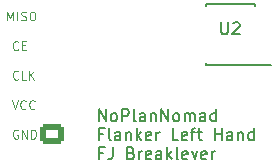
<source format=gto>
%TF.GenerationSoftware,KiCad,Pcbnew,7.0.6*%
%TF.CreationDate,2023-07-13T14:43:26+02:00*%
%TF.ProjectId,LH_BreakLever_FreeJoy,4c485f42-7265-4616-9b4c-657665725f46,rev?*%
%TF.SameCoordinates,Original*%
%TF.FileFunction,Legend,Top*%
%TF.FilePolarity,Positive*%
%FSLAX46Y46*%
G04 Gerber Fmt 4.6, Leading zero omitted, Abs format (unit mm)*
G04 Created by KiCad (PCBNEW 7.0.6) date 2023-07-13 14:43:26*
%MOMM*%
%LPD*%
G01*
G04 APERTURE LIST*
G04 Aperture macros list*
%AMRoundRect*
0 Rectangle with rounded corners*
0 $1 Rounding radius*
0 $2 $3 $4 $5 $6 $7 $8 $9 X,Y pos of 4 corners*
0 Add a 4 corners polygon primitive as box body*
4,1,4,$2,$3,$4,$5,$6,$7,$8,$9,$2,$3,0*
0 Add four circle primitives for the rounded corners*
1,1,$1+$1,$2,$3*
1,1,$1+$1,$4,$5*
1,1,$1+$1,$6,$7*
1,1,$1+$1,$8,$9*
0 Add four rect primitives between the rounded corners*
20,1,$1+$1,$2,$3,$4,$5,0*
20,1,$1+$1,$4,$5,$6,$7,0*
20,1,$1+$1,$6,$7,$8,$9,0*
20,1,$1+$1,$8,$9,$2,$3,0*%
G04 Aperture macros list end*
%ADD10C,0.150000*%
%ADD11C,0.100000*%
%ADD12C,2.200000*%
%ADD13R,2.000000X0.600000*%
%ADD14R,1.030000X1.030000*%
%ADD15C,1.030000*%
%ADD16RoundRect,0.250000X0.725000X-0.600000X0.725000X0.600000X-0.725000X0.600000X-0.725000X-0.600000X0*%
%ADD17O,1.950000X1.700000*%
G04 APERTURE END LIST*
D10*
X43096779Y-32719819D02*
X43096779Y-31719819D01*
X43096779Y-31719819D02*
X43668207Y-32719819D01*
X43668207Y-32719819D02*
X43668207Y-31719819D01*
X44287255Y-32719819D02*
X44192017Y-32672200D01*
X44192017Y-32672200D02*
X44144398Y-32624580D01*
X44144398Y-32624580D02*
X44096779Y-32529342D01*
X44096779Y-32529342D02*
X44096779Y-32243628D01*
X44096779Y-32243628D02*
X44144398Y-32148390D01*
X44144398Y-32148390D02*
X44192017Y-32100771D01*
X44192017Y-32100771D02*
X44287255Y-32053152D01*
X44287255Y-32053152D02*
X44430112Y-32053152D01*
X44430112Y-32053152D02*
X44525350Y-32100771D01*
X44525350Y-32100771D02*
X44572969Y-32148390D01*
X44572969Y-32148390D02*
X44620588Y-32243628D01*
X44620588Y-32243628D02*
X44620588Y-32529342D01*
X44620588Y-32529342D02*
X44572969Y-32624580D01*
X44572969Y-32624580D02*
X44525350Y-32672200D01*
X44525350Y-32672200D02*
X44430112Y-32719819D01*
X44430112Y-32719819D02*
X44287255Y-32719819D01*
X45049160Y-32719819D02*
X45049160Y-31719819D01*
X45049160Y-31719819D02*
X45430112Y-31719819D01*
X45430112Y-31719819D02*
X45525350Y-31767438D01*
X45525350Y-31767438D02*
X45572969Y-31815057D01*
X45572969Y-31815057D02*
X45620588Y-31910295D01*
X45620588Y-31910295D02*
X45620588Y-32053152D01*
X45620588Y-32053152D02*
X45572969Y-32148390D01*
X45572969Y-32148390D02*
X45525350Y-32196009D01*
X45525350Y-32196009D02*
X45430112Y-32243628D01*
X45430112Y-32243628D02*
X45049160Y-32243628D01*
X46192017Y-32719819D02*
X46096779Y-32672200D01*
X46096779Y-32672200D02*
X46049160Y-32576961D01*
X46049160Y-32576961D02*
X46049160Y-31719819D01*
X47001541Y-32719819D02*
X47001541Y-32196009D01*
X47001541Y-32196009D02*
X46953922Y-32100771D01*
X46953922Y-32100771D02*
X46858684Y-32053152D01*
X46858684Y-32053152D02*
X46668208Y-32053152D01*
X46668208Y-32053152D02*
X46572970Y-32100771D01*
X47001541Y-32672200D02*
X46906303Y-32719819D01*
X46906303Y-32719819D02*
X46668208Y-32719819D01*
X46668208Y-32719819D02*
X46572970Y-32672200D01*
X46572970Y-32672200D02*
X46525351Y-32576961D01*
X46525351Y-32576961D02*
X46525351Y-32481723D01*
X46525351Y-32481723D02*
X46572970Y-32386485D01*
X46572970Y-32386485D02*
X46668208Y-32338866D01*
X46668208Y-32338866D02*
X46906303Y-32338866D01*
X46906303Y-32338866D02*
X47001541Y-32291247D01*
X47477732Y-32053152D02*
X47477732Y-32719819D01*
X47477732Y-32148390D02*
X47525351Y-32100771D01*
X47525351Y-32100771D02*
X47620589Y-32053152D01*
X47620589Y-32053152D02*
X47763446Y-32053152D01*
X47763446Y-32053152D02*
X47858684Y-32100771D01*
X47858684Y-32100771D02*
X47906303Y-32196009D01*
X47906303Y-32196009D02*
X47906303Y-32719819D01*
X48382494Y-32719819D02*
X48382494Y-31719819D01*
X48382494Y-31719819D02*
X48953922Y-32719819D01*
X48953922Y-32719819D02*
X48953922Y-31719819D01*
X49572970Y-32719819D02*
X49477732Y-32672200D01*
X49477732Y-32672200D02*
X49430113Y-32624580D01*
X49430113Y-32624580D02*
X49382494Y-32529342D01*
X49382494Y-32529342D02*
X49382494Y-32243628D01*
X49382494Y-32243628D02*
X49430113Y-32148390D01*
X49430113Y-32148390D02*
X49477732Y-32100771D01*
X49477732Y-32100771D02*
X49572970Y-32053152D01*
X49572970Y-32053152D02*
X49715827Y-32053152D01*
X49715827Y-32053152D02*
X49811065Y-32100771D01*
X49811065Y-32100771D02*
X49858684Y-32148390D01*
X49858684Y-32148390D02*
X49906303Y-32243628D01*
X49906303Y-32243628D02*
X49906303Y-32529342D01*
X49906303Y-32529342D02*
X49858684Y-32624580D01*
X49858684Y-32624580D02*
X49811065Y-32672200D01*
X49811065Y-32672200D02*
X49715827Y-32719819D01*
X49715827Y-32719819D02*
X49572970Y-32719819D01*
X50334875Y-32719819D02*
X50334875Y-32053152D01*
X50334875Y-32148390D02*
X50382494Y-32100771D01*
X50382494Y-32100771D02*
X50477732Y-32053152D01*
X50477732Y-32053152D02*
X50620589Y-32053152D01*
X50620589Y-32053152D02*
X50715827Y-32100771D01*
X50715827Y-32100771D02*
X50763446Y-32196009D01*
X50763446Y-32196009D02*
X50763446Y-32719819D01*
X50763446Y-32196009D02*
X50811065Y-32100771D01*
X50811065Y-32100771D02*
X50906303Y-32053152D01*
X50906303Y-32053152D02*
X51049160Y-32053152D01*
X51049160Y-32053152D02*
X51144399Y-32100771D01*
X51144399Y-32100771D02*
X51192018Y-32196009D01*
X51192018Y-32196009D02*
X51192018Y-32719819D01*
X52096779Y-32719819D02*
X52096779Y-32196009D01*
X52096779Y-32196009D02*
X52049160Y-32100771D01*
X52049160Y-32100771D02*
X51953922Y-32053152D01*
X51953922Y-32053152D02*
X51763446Y-32053152D01*
X51763446Y-32053152D02*
X51668208Y-32100771D01*
X52096779Y-32672200D02*
X52001541Y-32719819D01*
X52001541Y-32719819D02*
X51763446Y-32719819D01*
X51763446Y-32719819D02*
X51668208Y-32672200D01*
X51668208Y-32672200D02*
X51620589Y-32576961D01*
X51620589Y-32576961D02*
X51620589Y-32481723D01*
X51620589Y-32481723D02*
X51668208Y-32386485D01*
X51668208Y-32386485D02*
X51763446Y-32338866D01*
X51763446Y-32338866D02*
X52001541Y-32338866D01*
X52001541Y-32338866D02*
X52096779Y-32291247D01*
X53001541Y-32719819D02*
X53001541Y-31719819D01*
X53001541Y-32672200D02*
X52906303Y-32719819D01*
X52906303Y-32719819D02*
X52715827Y-32719819D01*
X52715827Y-32719819D02*
X52620589Y-32672200D01*
X52620589Y-32672200D02*
X52572970Y-32624580D01*
X52572970Y-32624580D02*
X52525351Y-32529342D01*
X52525351Y-32529342D02*
X52525351Y-32243628D01*
X52525351Y-32243628D02*
X52572970Y-32148390D01*
X52572970Y-32148390D02*
X52620589Y-32100771D01*
X52620589Y-32100771D02*
X52715827Y-32053152D01*
X52715827Y-32053152D02*
X52906303Y-32053152D01*
X52906303Y-32053152D02*
X53001541Y-32100771D01*
X43430112Y-33806009D02*
X43096779Y-33806009D01*
X43096779Y-34329819D02*
X43096779Y-33329819D01*
X43096779Y-33329819D02*
X43572969Y-33329819D01*
X44096779Y-34329819D02*
X44001541Y-34282200D01*
X44001541Y-34282200D02*
X43953922Y-34186961D01*
X43953922Y-34186961D02*
X43953922Y-33329819D01*
X44906303Y-34329819D02*
X44906303Y-33806009D01*
X44906303Y-33806009D02*
X44858684Y-33710771D01*
X44858684Y-33710771D02*
X44763446Y-33663152D01*
X44763446Y-33663152D02*
X44572970Y-33663152D01*
X44572970Y-33663152D02*
X44477732Y-33710771D01*
X44906303Y-34282200D02*
X44811065Y-34329819D01*
X44811065Y-34329819D02*
X44572970Y-34329819D01*
X44572970Y-34329819D02*
X44477732Y-34282200D01*
X44477732Y-34282200D02*
X44430113Y-34186961D01*
X44430113Y-34186961D02*
X44430113Y-34091723D01*
X44430113Y-34091723D02*
X44477732Y-33996485D01*
X44477732Y-33996485D02*
X44572970Y-33948866D01*
X44572970Y-33948866D02*
X44811065Y-33948866D01*
X44811065Y-33948866D02*
X44906303Y-33901247D01*
X45382494Y-33663152D02*
X45382494Y-34329819D01*
X45382494Y-33758390D02*
X45430113Y-33710771D01*
X45430113Y-33710771D02*
X45525351Y-33663152D01*
X45525351Y-33663152D02*
X45668208Y-33663152D01*
X45668208Y-33663152D02*
X45763446Y-33710771D01*
X45763446Y-33710771D02*
X45811065Y-33806009D01*
X45811065Y-33806009D02*
X45811065Y-34329819D01*
X46287256Y-34329819D02*
X46287256Y-33329819D01*
X46382494Y-33948866D02*
X46668208Y-34329819D01*
X46668208Y-33663152D02*
X46287256Y-34044104D01*
X47477732Y-34282200D02*
X47382494Y-34329819D01*
X47382494Y-34329819D02*
X47192018Y-34329819D01*
X47192018Y-34329819D02*
X47096780Y-34282200D01*
X47096780Y-34282200D02*
X47049161Y-34186961D01*
X47049161Y-34186961D02*
X47049161Y-33806009D01*
X47049161Y-33806009D02*
X47096780Y-33710771D01*
X47096780Y-33710771D02*
X47192018Y-33663152D01*
X47192018Y-33663152D02*
X47382494Y-33663152D01*
X47382494Y-33663152D02*
X47477732Y-33710771D01*
X47477732Y-33710771D02*
X47525351Y-33806009D01*
X47525351Y-33806009D02*
X47525351Y-33901247D01*
X47525351Y-33901247D02*
X47049161Y-33996485D01*
X47953923Y-34329819D02*
X47953923Y-33663152D01*
X47953923Y-33853628D02*
X48001542Y-33758390D01*
X48001542Y-33758390D02*
X48049161Y-33710771D01*
X48049161Y-33710771D02*
X48144399Y-33663152D01*
X48144399Y-33663152D02*
X48239637Y-33663152D01*
X49811066Y-34329819D02*
X49334876Y-34329819D01*
X49334876Y-34329819D02*
X49334876Y-33329819D01*
X50525352Y-34282200D02*
X50430114Y-34329819D01*
X50430114Y-34329819D02*
X50239638Y-34329819D01*
X50239638Y-34329819D02*
X50144400Y-34282200D01*
X50144400Y-34282200D02*
X50096781Y-34186961D01*
X50096781Y-34186961D02*
X50096781Y-33806009D01*
X50096781Y-33806009D02*
X50144400Y-33710771D01*
X50144400Y-33710771D02*
X50239638Y-33663152D01*
X50239638Y-33663152D02*
X50430114Y-33663152D01*
X50430114Y-33663152D02*
X50525352Y-33710771D01*
X50525352Y-33710771D02*
X50572971Y-33806009D01*
X50572971Y-33806009D02*
X50572971Y-33901247D01*
X50572971Y-33901247D02*
X50096781Y-33996485D01*
X50858686Y-33663152D02*
X51239638Y-33663152D01*
X51001543Y-34329819D02*
X51001543Y-33472676D01*
X51001543Y-33472676D02*
X51049162Y-33377438D01*
X51049162Y-33377438D02*
X51144400Y-33329819D01*
X51144400Y-33329819D02*
X51239638Y-33329819D01*
X51430115Y-33663152D02*
X51811067Y-33663152D01*
X51572972Y-33329819D02*
X51572972Y-34186961D01*
X51572972Y-34186961D02*
X51620591Y-34282200D01*
X51620591Y-34282200D02*
X51715829Y-34329819D01*
X51715829Y-34329819D02*
X51811067Y-34329819D01*
X52906306Y-34329819D02*
X52906306Y-33329819D01*
X52906306Y-33806009D02*
X53477734Y-33806009D01*
X53477734Y-34329819D02*
X53477734Y-33329819D01*
X54382496Y-34329819D02*
X54382496Y-33806009D01*
X54382496Y-33806009D02*
X54334877Y-33710771D01*
X54334877Y-33710771D02*
X54239639Y-33663152D01*
X54239639Y-33663152D02*
X54049163Y-33663152D01*
X54049163Y-33663152D02*
X53953925Y-33710771D01*
X54382496Y-34282200D02*
X54287258Y-34329819D01*
X54287258Y-34329819D02*
X54049163Y-34329819D01*
X54049163Y-34329819D02*
X53953925Y-34282200D01*
X53953925Y-34282200D02*
X53906306Y-34186961D01*
X53906306Y-34186961D02*
X53906306Y-34091723D01*
X53906306Y-34091723D02*
X53953925Y-33996485D01*
X53953925Y-33996485D02*
X54049163Y-33948866D01*
X54049163Y-33948866D02*
X54287258Y-33948866D01*
X54287258Y-33948866D02*
X54382496Y-33901247D01*
X54858687Y-33663152D02*
X54858687Y-34329819D01*
X54858687Y-33758390D02*
X54906306Y-33710771D01*
X54906306Y-33710771D02*
X55001544Y-33663152D01*
X55001544Y-33663152D02*
X55144401Y-33663152D01*
X55144401Y-33663152D02*
X55239639Y-33710771D01*
X55239639Y-33710771D02*
X55287258Y-33806009D01*
X55287258Y-33806009D02*
X55287258Y-34329819D01*
X56192020Y-34329819D02*
X56192020Y-33329819D01*
X56192020Y-34282200D02*
X56096782Y-34329819D01*
X56096782Y-34329819D02*
X55906306Y-34329819D01*
X55906306Y-34329819D02*
X55811068Y-34282200D01*
X55811068Y-34282200D02*
X55763449Y-34234580D01*
X55763449Y-34234580D02*
X55715830Y-34139342D01*
X55715830Y-34139342D02*
X55715830Y-33853628D01*
X55715830Y-33853628D02*
X55763449Y-33758390D01*
X55763449Y-33758390D02*
X55811068Y-33710771D01*
X55811068Y-33710771D02*
X55906306Y-33663152D01*
X55906306Y-33663152D02*
X56096782Y-33663152D01*
X56096782Y-33663152D02*
X56192020Y-33710771D01*
X43430112Y-35416009D02*
X43096779Y-35416009D01*
X43096779Y-35939819D02*
X43096779Y-34939819D01*
X43096779Y-34939819D02*
X43572969Y-34939819D01*
X44239636Y-34939819D02*
X44239636Y-35654104D01*
X44239636Y-35654104D02*
X44192017Y-35796961D01*
X44192017Y-35796961D02*
X44096779Y-35892200D01*
X44096779Y-35892200D02*
X43953922Y-35939819D01*
X43953922Y-35939819D02*
X43858684Y-35939819D01*
X45811065Y-35416009D02*
X45953922Y-35463628D01*
X45953922Y-35463628D02*
X46001541Y-35511247D01*
X46001541Y-35511247D02*
X46049160Y-35606485D01*
X46049160Y-35606485D02*
X46049160Y-35749342D01*
X46049160Y-35749342D02*
X46001541Y-35844580D01*
X46001541Y-35844580D02*
X45953922Y-35892200D01*
X45953922Y-35892200D02*
X45858684Y-35939819D01*
X45858684Y-35939819D02*
X45477732Y-35939819D01*
X45477732Y-35939819D02*
X45477732Y-34939819D01*
X45477732Y-34939819D02*
X45811065Y-34939819D01*
X45811065Y-34939819D02*
X45906303Y-34987438D01*
X45906303Y-34987438D02*
X45953922Y-35035057D01*
X45953922Y-35035057D02*
X46001541Y-35130295D01*
X46001541Y-35130295D02*
X46001541Y-35225533D01*
X46001541Y-35225533D02*
X45953922Y-35320771D01*
X45953922Y-35320771D02*
X45906303Y-35368390D01*
X45906303Y-35368390D02*
X45811065Y-35416009D01*
X45811065Y-35416009D02*
X45477732Y-35416009D01*
X46477732Y-35939819D02*
X46477732Y-35273152D01*
X46477732Y-35463628D02*
X46525351Y-35368390D01*
X46525351Y-35368390D02*
X46572970Y-35320771D01*
X46572970Y-35320771D02*
X46668208Y-35273152D01*
X46668208Y-35273152D02*
X46763446Y-35273152D01*
X47477732Y-35892200D02*
X47382494Y-35939819D01*
X47382494Y-35939819D02*
X47192018Y-35939819D01*
X47192018Y-35939819D02*
X47096780Y-35892200D01*
X47096780Y-35892200D02*
X47049161Y-35796961D01*
X47049161Y-35796961D02*
X47049161Y-35416009D01*
X47049161Y-35416009D02*
X47096780Y-35320771D01*
X47096780Y-35320771D02*
X47192018Y-35273152D01*
X47192018Y-35273152D02*
X47382494Y-35273152D01*
X47382494Y-35273152D02*
X47477732Y-35320771D01*
X47477732Y-35320771D02*
X47525351Y-35416009D01*
X47525351Y-35416009D02*
X47525351Y-35511247D01*
X47525351Y-35511247D02*
X47049161Y-35606485D01*
X48382494Y-35939819D02*
X48382494Y-35416009D01*
X48382494Y-35416009D02*
X48334875Y-35320771D01*
X48334875Y-35320771D02*
X48239637Y-35273152D01*
X48239637Y-35273152D02*
X48049161Y-35273152D01*
X48049161Y-35273152D02*
X47953923Y-35320771D01*
X48382494Y-35892200D02*
X48287256Y-35939819D01*
X48287256Y-35939819D02*
X48049161Y-35939819D01*
X48049161Y-35939819D02*
X47953923Y-35892200D01*
X47953923Y-35892200D02*
X47906304Y-35796961D01*
X47906304Y-35796961D02*
X47906304Y-35701723D01*
X47906304Y-35701723D02*
X47953923Y-35606485D01*
X47953923Y-35606485D02*
X48049161Y-35558866D01*
X48049161Y-35558866D02*
X48287256Y-35558866D01*
X48287256Y-35558866D02*
X48382494Y-35511247D01*
X48858685Y-35939819D02*
X48858685Y-34939819D01*
X48953923Y-35558866D02*
X49239637Y-35939819D01*
X49239637Y-35273152D02*
X48858685Y-35654104D01*
X49811066Y-35939819D02*
X49715828Y-35892200D01*
X49715828Y-35892200D02*
X49668209Y-35796961D01*
X49668209Y-35796961D02*
X49668209Y-34939819D01*
X50572971Y-35892200D02*
X50477733Y-35939819D01*
X50477733Y-35939819D02*
X50287257Y-35939819D01*
X50287257Y-35939819D02*
X50192019Y-35892200D01*
X50192019Y-35892200D02*
X50144400Y-35796961D01*
X50144400Y-35796961D02*
X50144400Y-35416009D01*
X50144400Y-35416009D02*
X50192019Y-35320771D01*
X50192019Y-35320771D02*
X50287257Y-35273152D01*
X50287257Y-35273152D02*
X50477733Y-35273152D01*
X50477733Y-35273152D02*
X50572971Y-35320771D01*
X50572971Y-35320771D02*
X50620590Y-35416009D01*
X50620590Y-35416009D02*
X50620590Y-35511247D01*
X50620590Y-35511247D02*
X50144400Y-35606485D01*
X50953924Y-35273152D02*
X51192019Y-35939819D01*
X51192019Y-35939819D02*
X51430114Y-35273152D01*
X52192019Y-35892200D02*
X52096781Y-35939819D01*
X52096781Y-35939819D02*
X51906305Y-35939819D01*
X51906305Y-35939819D02*
X51811067Y-35892200D01*
X51811067Y-35892200D02*
X51763448Y-35796961D01*
X51763448Y-35796961D02*
X51763448Y-35416009D01*
X51763448Y-35416009D02*
X51811067Y-35320771D01*
X51811067Y-35320771D02*
X51906305Y-35273152D01*
X51906305Y-35273152D02*
X52096781Y-35273152D01*
X52096781Y-35273152D02*
X52192019Y-35320771D01*
X52192019Y-35320771D02*
X52239638Y-35416009D01*
X52239638Y-35416009D02*
X52239638Y-35511247D01*
X52239638Y-35511247D02*
X51763448Y-35606485D01*
X52668210Y-35939819D02*
X52668210Y-35273152D01*
X52668210Y-35463628D02*
X52715829Y-35368390D01*
X52715829Y-35368390D02*
X52763448Y-35320771D01*
X52763448Y-35320771D02*
X52858686Y-35273152D01*
X52858686Y-35273152D02*
X52953924Y-35273152D01*
X53438095Y-24354819D02*
X53438095Y-25164342D01*
X53438095Y-25164342D02*
X53485714Y-25259580D01*
X53485714Y-25259580D02*
X53533333Y-25307200D01*
X53533333Y-25307200D02*
X53628571Y-25354819D01*
X53628571Y-25354819D02*
X53819047Y-25354819D01*
X53819047Y-25354819D02*
X53914285Y-25307200D01*
X53914285Y-25307200D02*
X53961904Y-25259580D01*
X53961904Y-25259580D02*
X54009523Y-25164342D01*
X54009523Y-25164342D02*
X54009523Y-24354819D01*
X54438095Y-24450057D02*
X54485714Y-24402438D01*
X54485714Y-24402438D02*
X54580952Y-24354819D01*
X54580952Y-24354819D02*
X54819047Y-24354819D01*
X54819047Y-24354819D02*
X54914285Y-24402438D01*
X54914285Y-24402438D02*
X54961904Y-24450057D01*
X54961904Y-24450057D02*
X55009523Y-24545295D01*
X55009523Y-24545295D02*
X55009523Y-24640533D01*
X55009523Y-24640533D02*
X54961904Y-24783390D01*
X54961904Y-24783390D02*
X54390476Y-25354819D01*
X54390476Y-25354819D02*
X55009523Y-25354819D01*
D11*
X36252931Y-26621585D02*
X36217217Y-26657300D01*
X36217217Y-26657300D02*
X36110074Y-26693014D01*
X36110074Y-26693014D02*
X36038646Y-26693014D01*
X36038646Y-26693014D02*
X35931503Y-26657300D01*
X35931503Y-26657300D02*
X35860074Y-26585871D01*
X35860074Y-26585871D02*
X35824360Y-26514442D01*
X35824360Y-26514442D02*
X35788646Y-26371585D01*
X35788646Y-26371585D02*
X35788646Y-26264442D01*
X35788646Y-26264442D02*
X35824360Y-26121585D01*
X35824360Y-26121585D02*
X35860074Y-26050157D01*
X35860074Y-26050157D02*
X35931503Y-25978728D01*
X35931503Y-25978728D02*
X36038646Y-25943014D01*
X36038646Y-25943014D02*
X36110074Y-25943014D01*
X36110074Y-25943014D02*
X36217217Y-25978728D01*
X36217217Y-25978728D02*
X36252931Y-26014442D01*
X36574360Y-26300157D02*
X36824360Y-26300157D01*
X36931503Y-26693014D02*
X36574360Y-26693014D01*
X36574360Y-26693014D02*
X36574360Y-25943014D01*
X36574360Y-25943014D02*
X36931503Y-25943014D01*
X35324360Y-24193014D02*
X35324360Y-23443014D01*
X35324360Y-23443014D02*
X35574360Y-23978728D01*
X35574360Y-23978728D02*
X35824360Y-23443014D01*
X35824360Y-23443014D02*
X35824360Y-24193014D01*
X36181503Y-24193014D02*
X36181503Y-23443014D01*
X36502932Y-24157300D02*
X36610075Y-24193014D01*
X36610075Y-24193014D02*
X36788646Y-24193014D01*
X36788646Y-24193014D02*
X36860075Y-24157300D01*
X36860075Y-24157300D02*
X36895789Y-24121585D01*
X36895789Y-24121585D02*
X36931503Y-24050157D01*
X36931503Y-24050157D02*
X36931503Y-23978728D01*
X36931503Y-23978728D02*
X36895789Y-23907300D01*
X36895789Y-23907300D02*
X36860075Y-23871585D01*
X36860075Y-23871585D02*
X36788646Y-23835871D01*
X36788646Y-23835871D02*
X36645789Y-23800157D01*
X36645789Y-23800157D02*
X36574360Y-23764442D01*
X36574360Y-23764442D02*
X36538646Y-23728728D01*
X36538646Y-23728728D02*
X36502932Y-23657300D01*
X36502932Y-23657300D02*
X36502932Y-23585871D01*
X36502932Y-23585871D02*
X36538646Y-23514442D01*
X36538646Y-23514442D02*
X36574360Y-23478728D01*
X36574360Y-23478728D02*
X36645789Y-23443014D01*
X36645789Y-23443014D02*
X36824360Y-23443014D01*
X36824360Y-23443014D02*
X36931503Y-23478728D01*
X37395789Y-23443014D02*
X37538646Y-23443014D01*
X37538646Y-23443014D02*
X37610075Y-23478728D01*
X37610075Y-23478728D02*
X37681503Y-23550157D01*
X37681503Y-23550157D02*
X37717218Y-23693014D01*
X37717218Y-23693014D02*
X37717218Y-23943014D01*
X37717218Y-23943014D02*
X37681503Y-24085871D01*
X37681503Y-24085871D02*
X37610075Y-24157300D01*
X37610075Y-24157300D02*
X37538646Y-24193014D01*
X37538646Y-24193014D02*
X37395789Y-24193014D01*
X37395789Y-24193014D02*
X37324361Y-24157300D01*
X37324361Y-24157300D02*
X37252932Y-24085871D01*
X37252932Y-24085871D02*
X37217218Y-23943014D01*
X37217218Y-23943014D02*
X37217218Y-23693014D01*
X37217218Y-23693014D02*
X37252932Y-23550157D01*
X37252932Y-23550157D02*
X37324361Y-23478728D01*
X37324361Y-23478728D02*
X37395789Y-23443014D01*
X36217217Y-33478728D02*
X36145789Y-33443014D01*
X36145789Y-33443014D02*
X36038646Y-33443014D01*
X36038646Y-33443014D02*
X35931503Y-33478728D01*
X35931503Y-33478728D02*
X35860074Y-33550157D01*
X35860074Y-33550157D02*
X35824360Y-33621585D01*
X35824360Y-33621585D02*
X35788646Y-33764442D01*
X35788646Y-33764442D02*
X35788646Y-33871585D01*
X35788646Y-33871585D02*
X35824360Y-34014442D01*
X35824360Y-34014442D02*
X35860074Y-34085871D01*
X35860074Y-34085871D02*
X35931503Y-34157300D01*
X35931503Y-34157300D02*
X36038646Y-34193014D01*
X36038646Y-34193014D02*
X36110074Y-34193014D01*
X36110074Y-34193014D02*
X36217217Y-34157300D01*
X36217217Y-34157300D02*
X36252931Y-34121585D01*
X36252931Y-34121585D02*
X36252931Y-33871585D01*
X36252931Y-33871585D02*
X36110074Y-33871585D01*
X36574360Y-34193014D02*
X36574360Y-33443014D01*
X36574360Y-33443014D02*
X37002931Y-34193014D01*
X37002931Y-34193014D02*
X37002931Y-33443014D01*
X37360074Y-34193014D02*
X37360074Y-33443014D01*
X37360074Y-33443014D02*
X37538645Y-33443014D01*
X37538645Y-33443014D02*
X37645788Y-33478728D01*
X37645788Y-33478728D02*
X37717217Y-33550157D01*
X37717217Y-33550157D02*
X37752931Y-33621585D01*
X37752931Y-33621585D02*
X37788645Y-33764442D01*
X37788645Y-33764442D02*
X37788645Y-33871585D01*
X37788645Y-33871585D02*
X37752931Y-34014442D01*
X37752931Y-34014442D02*
X37717217Y-34085871D01*
X37717217Y-34085871D02*
X37645788Y-34157300D01*
X37645788Y-34157300D02*
X37538645Y-34193014D01*
X37538645Y-34193014D02*
X37360074Y-34193014D01*
X36252931Y-29121585D02*
X36217217Y-29157300D01*
X36217217Y-29157300D02*
X36110074Y-29193014D01*
X36110074Y-29193014D02*
X36038646Y-29193014D01*
X36038646Y-29193014D02*
X35931503Y-29157300D01*
X35931503Y-29157300D02*
X35860074Y-29085871D01*
X35860074Y-29085871D02*
X35824360Y-29014442D01*
X35824360Y-29014442D02*
X35788646Y-28871585D01*
X35788646Y-28871585D02*
X35788646Y-28764442D01*
X35788646Y-28764442D02*
X35824360Y-28621585D01*
X35824360Y-28621585D02*
X35860074Y-28550157D01*
X35860074Y-28550157D02*
X35931503Y-28478728D01*
X35931503Y-28478728D02*
X36038646Y-28443014D01*
X36038646Y-28443014D02*
X36110074Y-28443014D01*
X36110074Y-28443014D02*
X36217217Y-28478728D01*
X36217217Y-28478728D02*
X36252931Y-28514442D01*
X36931503Y-29193014D02*
X36574360Y-29193014D01*
X36574360Y-29193014D02*
X36574360Y-28443014D01*
X37181503Y-29193014D02*
X37181503Y-28443014D01*
X37610074Y-29193014D02*
X37288646Y-28764442D01*
X37610074Y-28443014D02*
X37181503Y-28871585D01*
X35717217Y-30943014D02*
X35967217Y-31693014D01*
X35967217Y-31693014D02*
X36217217Y-30943014D01*
X36895788Y-31621585D02*
X36860074Y-31657300D01*
X36860074Y-31657300D02*
X36752931Y-31693014D01*
X36752931Y-31693014D02*
X36681503Y-31693014D01*
X36681503Y-31693014D02*
X36574360Y-31657300D01*
X36574360Y-31657300D02*
X36502931Y-31585871D01*
X36502931Y-31585871D02*
X36467217Y-31514442D01*
X36467217Y-31514442D02*
X36431503Y-31371585D01*
X36431503Y-31371585D02*
X36431503Y-31264442D01*
X36431503Y-31264442D02*
X36467217Y-31121585D01*
X36467217Y-31121585D02*
X36502931Y-31050157D01*
X36502931Y-31050157D02*
X36574360Y-30978728D01*
X36574360Y-30978728D02*
X36681503Y-30943014D01*
X36681503Y-30943014D02*
X36752931Y-30943014D01*
X36752931Y-30943014D02*
X36860074Y-30978728D01*
X36860074Y-30978728D02*
X36895788Y-31014442D01*
X37645788Y-31621585D02*
X37610074Y-31657300D01*
X37610074Y-31657300D02*
X37502931Y-31693014D01*
X37502931Y-31693014D02*
X37431503Y-31693014D01*
X37431503Y-31693014D02*
X37324360Y-31657300D01*
X37324360Y-31657300D02*
X37252931Y-31585871D01*
X37252931Y-31585871D02*
X37217217Y-31514442D01*
X37217217Y-31514442D02*
X37181503Y-31371585D01*
X37181503Y-31371585D02*
X37181503Y-31264442D01*
X37181503Y-31264442D02*
X37217217Y-31121585D01*
X37217217Y-31121585D02*
X37252931Y-31050157D01*
X37252931Y-31050157D02*
X37324360Y-30978728D01*
X37324360Y-30978728D02*
X37431503Y-30943014D01*
X37431503Y-30943014D02*
X37502931Y-30943014D01*
X37502931Y-30943014D02*
X37610074Y-30978728D01*
X37610074Y-30978728D02*
X37645788Y-31014442D01*
D10*
X56275000Y-27975000D02*
X56275000Y-27925000D01*
X56275000Y-27975000D02*
X52125000Y-27975000D01*
X56275000Y-27925000D02*
X57675000Y-27925000D01*
X56275000Y-22825000D02*
X56275000Y-22970000D01*
X56275000Y-22825000D02*
X52125000Y-22825000D01*
X52125000Y-27975000D02*
X52125000Y-27830000D01*
X52125000Y-22825000D02*
X52125000Y-22970000D01*
%LPC*%
D12*
X60070000Y-32900001D03*
D13*
X56925000Y-27305000D03*
X56925000Y-26035000D03*
X56925000Y-24765000D03*
X56925000Y-23495000D03*
X51475000Y-23495000D03*
X51475000Y-24765000D03*
X51475000Y-26035000D03*
X51475000Y-27305000D03*
D12*
X66070000Y-29900001D03*
D14*
X63570000Y-25030001D03*
D15*
X66070000Y-25030001D03*
X68570000Y-25030001D03*
D16*
X39080000Y-33790000D03*
D17*
X39080000Y-31290000D03*
X39080000Y-28790000D03*
X39080000Y-26290000D03*
X39080000Y-23790000D03*
%LPD*%
M02*

</source>
